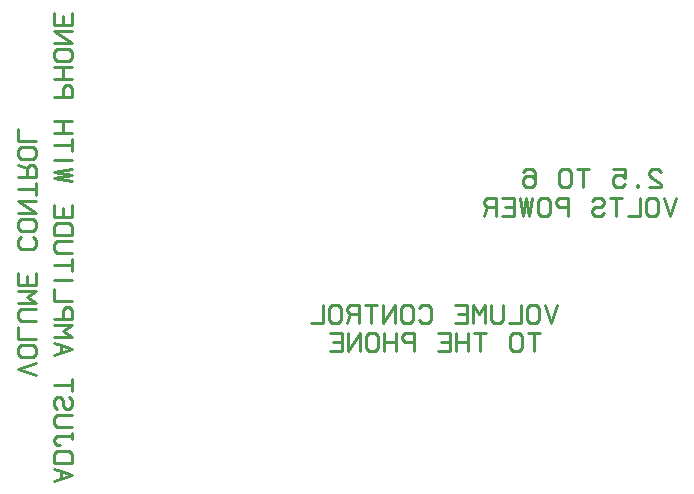
<source format=gbr>
%FSTAX24Y24*%
%MOIN*%
%IN SILK2.GBR *%
%ADD10C,0.0100*%
D10*X023552Y00666D02*G01X023352Y00606D01*X023152Y00666D01*
X022552Y00656D02*X022652Y00666D01*X022852D01*X022952Y00656D01*
Y00616D01*X022852Y00606D01*X022652D01*X022552Y00616D01*Y00656D01*
X022352Y00666D02*Y00606D01*X021952D01*X021752Y00666D02*Y00616D01*
X021652Y00606D01*X021452D01*X021352Y00616D01*Y00666D01*
X021152Y00606D02*Y00666D01*X020952Y00636D01*X020752Y00666D01*Y00606D01*
X020152Y00666D02*X020552D01*Y00636D01*Y00606D01*X020152D01*
X020552Y00636D02*X020252D01*X018952Y00656D02*X019052Y00666D01*
X019252D01*X019352Y00656D01*Y00616D01*X019252Y00606D01*X019052D01*
X018952Y00616D01*X018352Y00656D02*X018452Y00666D01*X018652D01*
X018752Y00656D01*Y00616D01*X018652Y00606D01*X018452D01*
X018352Y00616D01*Y00656D01*X018152Y00606D02*Y00666D01*X017752Y00606D01*
Y00666D01*X017352Y00606D02*Y00666D01*X017152D01*X017352D02*X017552D01*
X016952Y00606D02*Y00666D01*X016652D01*X016552Y00656D01*Y00646D01*
X016652Y00636D01*X016552Y00606D01*X016652Y00636D02*X016952D01*
X015952Y00656D02*X016052Y00666D01*X016252D01*X016352Y00656D01*
Y00616D01*X016252Y00606D01*X016052D01*X015952Y00616D01*Y00656D01*
X015752Y00666D02*Y00606D01*X015352D01*X022762Y005132D02*Y005732D01*
X022562D01*X022762D02*X022962D01*X021962Y005632D02*X022062Y005732D01*
X022262D01*X022362Y005632D01*Y005232D01*X022262Y005132D01*X022062D01*
X021962Y005232D01*Y005632D01*X020962Y005132D02*Y005732D01*X020762D01*
X020962D02*X021162D01*X020562D02*Y005432D01*Y005132D01*Y005432D02*
X020162D01*Y005732D01*Y005432D02*Y005132D01*X019562Y005732D02*
X019962D01*Y005432D01*Y005132D01*X019562D01*X019962Y005432D02*
X019662D01*X018762Y005132D02*Y005732D01*X018462D01*X018362Y005632D01*
Y005532D01*X018462Y005432D01*X018762D01*X018162Y005732D02*Y005432D01*
Y005132D01*Y005432D02*X017762D01*Y005732D01*Y005432D02*Y005132D01*
X017162Y005632D02*X017262Y005732D01*X017462D01*X017562Y005632D01*
Y005232D01*X017462Y005132D01*X017262D01*X017162Y005232D01*Y005632D01*
X016962Y005132D02*Y005732D01*X016562Y005132D01*Y005732D01*X015962D02*
X016362D01*Y005432D01*Y005132D01*X015962D01*X016362Y005432D02*
X016062D01*X026998Y0111D02*X026898Y0112D01*X026698D01*X026598Y0111D01*
Y011D01*X026698Y0109D01*X026998Y0107D01*Y0106D01*X026598D01*X026248D02*
X026198D01*Y01065D01*X026248D01*Y0106D01*X025398Y0112D02*X025798D01*
Y0109D01*X025698Y011D01*X025498D01*X025398Y0109D01*Y0107D01*
X025498Y0106D01*X025698D01*X025798Y0107D01*X024398Y0106D02*Y0112D01*
X024198D01*X024398D02*X024598D01*X023598Y0111D02*X023698Y0112D01*
X023898D01*X023998Y0111D01*Y0107D01*X023898Y0106D01*X023698D01*
X023598Y0107D01*Y0111D01*X022398D02*X022498Y0112D01*X022698D01*
X022798Y0111D01*Y0107D01*X022698Y0106D01*X022498D01*X022398Y0107D01*
Y01085D01*X022498Y01095D01*X022698D01*X022798Y01085D01*
X006793Y000803D02*X007393Y001003D01*X007018Y001128D01*
X006793Y001203D01*X007018Y001128D02*Y000878D01*X007293Y001803D02*
X007393Y001703D01*Y001403D01*X006793D01*Y001703D01*X006893Y001803D01*
X007293D01*X006993Y002003D02*X006893D01*X006793Y002103D01*Y002203D01*
X006893Y002303D01*X007393D01*Y002203D01*Y002403D01*Y002603D02*
X006893D01*X006793Y002703D01*Y002903D01*X006893Y003003D01*X007393D01*
X007293Y003603D02*X007393Y003503D01*Y003303D01*X007293Y003203D01*
X007193D01*X007093Y003303D01*Y003503D01*X006993Y003603D01*X006893D01*
X006793Y003503D01*Y003303D01*X006893Y003203D01*X006793Y004003D02*
X007393D01*Y004203D01*Y004003D02*Y003803D01*X006793Y005003D02*
X007393Y005203D01*X007018Y005328D01*X006793Y005403D01*
X007018Y005328D02*Y005078D01*X006793Y005603D02*X007393D01*
X007093Y005803D01*X007393Y006003D01*X006793D01*Y006203D02*X007393D01*
Y006503D01*X007293Y006603D01*X007193D01*X007093Y006503D01*Y006203D01*
X007393Y006803D02*X006793D01*Y007203D01*Y007503D02*X007393D01*
X006793Y008003D02*X007393D01*Y008203D01*Y008003D02*Y007803D01*
Y008403D02*X006893D01*X006793Y008503D01*Y008703D01*X006893Y008803D01*
X007393D01*X007293Y009403D02*X007393Y009303D01*Y009003D01*X006793D01*
Y009303D01*X006893Y009403D01*X007293D01*X007393Y010003D02*Y009603D01*
X007093D01*X006793D01*Y010003D01*X007093Y009603D02*Y009903D01*
X007393Y010803D02*X006793Y010903D01*X007393Y011003D01*
X006793Y011103D01*X007393Y011203D01*X006793Y011503D02*X007393D01*
X006793Y012003D02*X007393D01*Y012203D01*Y012003D02*Y011803D01*
Y012403D02*X007093D01*X006793D01*X007093D02*Y012803D01*X007393D01*
X007093D02*X006793D01*Y013603D02*X007393D01*Y013903D01*
X007293Y014003D01*X007193D01*X007093Y013903D01*Y013603D01*
X007393Y014203D02*X007093D01*X006793D01*X007093D02*Y014603D01*
X007393D01*X007093D02*X006793D01*X007293Y015203D02*X007393Y015103D01*
Y014903D01*X007293Y014803D01*X006893D01*X006793Y014903D01*Y015103D01*
X006893Y015203D01*X007293D01*X006793Y015403D02*X007393D01*
X006793Y015803D01*X007393D01*Y016403D02*Y016003D01*X007093D01*
X006793D01*Y016403D01*X007093Y016003D02*Y016303D01*X006178Y004313D02*
X005578Y004513D01*X006178Y004713D01*X006078Y005313D02*
X006178Y005213D01*Y005013D01*X006078Y004913D01*X005678D01*
X005578Y005013D01*Y005213D01*X005678Y005313D01*X006078D01*
X006178Y005513D02*X005578D01*Y005913D01*X006178Y006113D02*X005678D01*
X005578Y006213D01*Y006413D01*X005678Y006513D01*X006178D01*
X005578Y006713D02*X006178D01*X005878Y006913D01*X006178Y007113D01*
X005578D01*X006178Y007713D02*Y007313D01*X005878D01*X005578D01*
Y007713D01*X005878Y007313D02*Y007613D01*X006078Y008913D02*
X006178Y008813D01*Y008613D01*X006078Y008513D01*X005678D01*
X005578Y008613D01*Y008813D01*X005678Y008913D01*X006078Y009513D02*
X006178Y009413D01*Y009213D01*X006078Y009113D01*X005678D01*
X005578Y009213D01*Y009413D01*X005678Y009513D01*X006078D01*
X005578Y009713D02*X006178D01*X005578Y010113D01*X006178D01*
X005578Y010513D02*X006178D01*Y010713D01*Y010513D02*Y010313D01*
X005578Y010913D02*X006178D01*Y011213D01*X006078Y011313D01*X005978D01*
X005878Y011213D01*X005578Y011313D01*X005878Y011213D02*Y010913D01*
X006078Y011913D02*X006178Y011813D01*Y011613D01*X006078Y011513D01*
X005678D01*X005578Y011613D01*Y011813D01*X005678Y011913D01*X006078D01*
X006178Y012113D02*X005578D01*Y012513D01*X027516Y010223D02*
X027316Y009623D01*X027116Y010223D01*X026516Y010123D02*
X026616Y010223D01*X026816D01*X026916Y010123D01*Y009723D01*
X026816Y009623D01*X026616D01*X026516Y009723D01*Y010123D01*
X026316Y010223D02*Y009623D01*X025916D01*X025516D02*Y010223D01*
X025316D01*X025516D02*X025716D01*X024716Y010123D02*X024816Y010223D01*
X025016D01*X025116Y010123D01*Y010023D01*X025016Y009923D01*X024816D01*
X024716Y009823D01*Y009723D01*X024816Y009623D01*X025016D01*
X025116Y009723D01*X023916Y009623D02*Y010223D01*X023616D01*
X023516Y010123D01*Y010023D01*X023616Y009923D01*X023916D01*
X022916Y010123D02*X023016Y010223D01*X023216D01*X023316Y010123D01*
Y009723D01*X023216Y009623D01*X023016D01*X022916Y009723D01*Y010123D01*
X022716Y010223D02*X022616Y009623D01*X022516Y010223D01*
X022416Y009623D01*X022316Y010223D01*X021716D02*X022116D01*Y009923D01*
Y009623D01*X021716D01*X022116Y009923D02*X021816D01*X021516Y009623D02*
Y010223D01*X021216D01*X021116Y010123D01*Y010023D01*X021216Y009923D01*
X021116Y009623D01*X021216Y009923D02*X021516D01*
M02*
</source>
